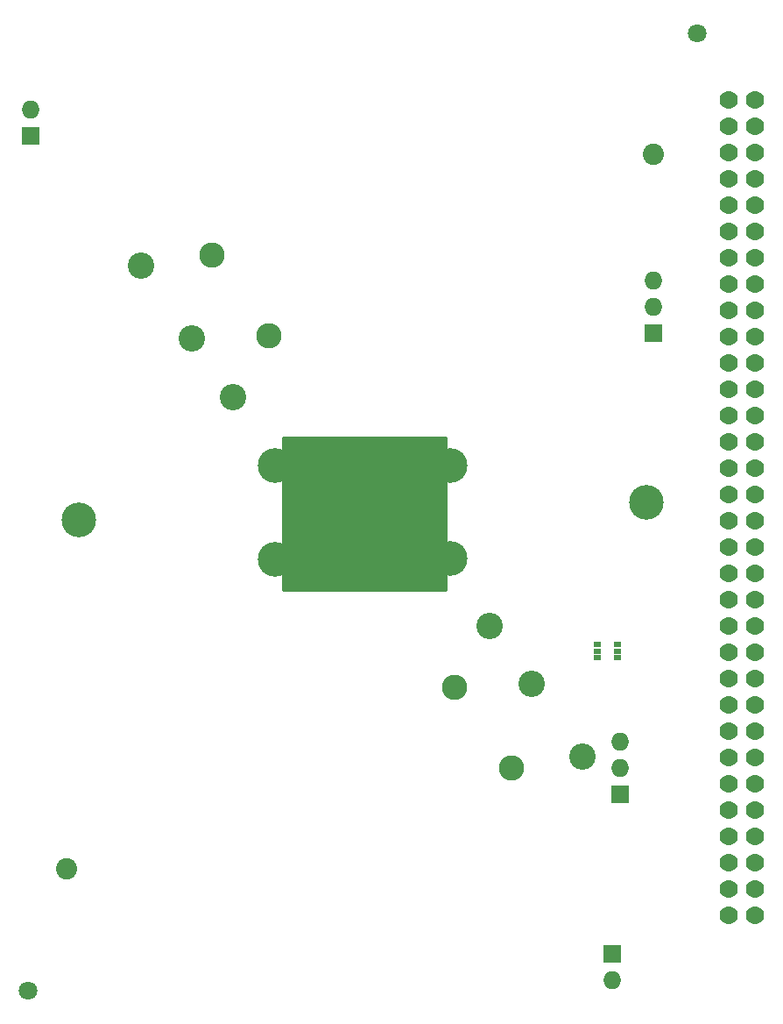
<source format=gbr>
G04 #@! TF.FileFunction,Soldermask,Top*
%FSLAX46Y46*%
G04 Gerber Fmt 4.6, Leading zero omitted, Abs format (unit mm)*
G04 Created by KiCad (PCBNEW 4.0.7-e2-6376~58~ubuntu16.04.1) date Sun Jun  3 17:29:45 2018*
%MOMM*%
%LPD*%
G01*
G04 APERTURE LIST*
%ADD10C,0.100000*%
%ADD11C,1.800000*%
%ADD12C,1.770000*%
%ADD13C,2.450000*%
%ADD14C,2.350000*%
%ADD15C,2.050000*%
%ADD16R,1.750000X1.750000*%
%ADD17O,1.750000X1.750000*%
%ADD18R,0.650000X0.470000*%
%ADD19C,2.550000*%
%ADD20C,3.350000*%
%ADD21C,0.254000*%
G04 APERTURE END LIST*
D10*
D11*
X92500000Y-137500000D03*
D12*
X160260000Y-51500000D03*
X160260000Y-54040000D03*
X160260000Y-56580000D03*
X160260000Y-59120000D03*
X160260000Y-61660000D03*
X160260000Y-64200000D03*
X160260000Y-66740000D03*
X160260000Y-69280000D03*
X160260000Y-71820000D03*
X160260000Y-74360000D03*
X160260000Y-76900000D03*
X160260000Y-79440000D03*
X160260000Y-81980000D03*
X160260000Y-84520000D03*
X160260000Y-87060000D03*
X160260000Y-89600000D03*
X160260000Y-92140000D03*
X160260000Y-94680000D03*
X160260000Y-97220000D03*
X160260000Y-99760000D03*
X160260000Y-102300000D03*
X160260000Y-104840000D03*
X160260000Y-107380000D03*
X160260000Y-109920000D03*
X160260000Y-112460000D03*
X160260000Y-115000000D03*
X160260000Y-117540000D03*
X160260000Y-120080000D03*
X160260000Y-122620000D03*
X160260000Y-125160000D03*
X160260000Y-127700000D03*
X160260000Y-130240000D03*
X162800000Y-51500000D03*
X162800000Y-54040000D03*
X162800000Y-56580000D03*
X162800000Y-59120000D03*
X162800000Y-61660000D03*
X162800000Y-64200000D03*
X162800000Y-66740000D03*
X162800000Y-69280000D03*
X162800000Y-71820000D03*
X162800000Y-74360000D03*
X162800000Y-76900000D03*
X162800000Y-79440000D03*
X162800000Y-81980000D03*
X162800000Y-84520000D03*
X162800000Y-87060000D03*
X162800000Y-89600000D03*
X162800000Y-92140000D03*
X162800000Y-94680000D03*
X162800000Y-97220000D03*
X162800000Y-99760000D03*
X162800000Y-102300000D03*
X162800000Y-104840000D03*
X162800000Y-107380000D03*
X162800000Y-109920000D03*
X162800000Y-112460000D03*
X162800000Y-115000000D03*
X162800000Y-117540000D03*
X162800000Y-120080000D03*
X162800000Y-122620000D03*
X162800000Y-125160000D03*
X162800000Y-127700000D03*
X162800000Y-130240000D03*
D13*
X122285000Y-88750000D03*
X127365000Y-88750000D03*
X127365000Y-93830000D03*
D14*
X124825000Y-91290000D03*
D13*
X122285000Y-93830000D03*
D15*
X153000000Y-56750000D03*
X96250000Y-125750000D03*
D16*
X153000000Y-74000000D03*
D17*
X153000000Y-71460000D03*
X153000000Y-68920000D03*
D16*
X149750000Y-118540000D03*
D17*
X149750000Y-116000000D03*
X149750000Y-113460000D03*
D18*
X147550000Y-104100000D03*
X147550000Y-104750000D03*
X147550000Y-105400000D03*
X149450000Y-104100000D03*
X149450000Y-104750000D03*
X149450000Y-105400000D03*
D19*
X108307315Y-74549231D03*
X103403237Y-67545481D03*
X112293672Y-80242338D03*
D13*
X115750000Y-74281944D03*
X110301024Y-66500000D03*
D19*
X141173391Y-107933676D03*
X146138401Y-114894364D03*
X137137505Y-102275574D03*
D13*
X133733322Y-108265902D03*
X139250000Y-116000000D03*
D16*
X149000000Y-133960000D03*
D17*
X149000000Y-136500000D03*
D16*
X92750000Y-55000000D03*
D17*
X92750000Y-52460000D03*
D11*
X157200000Y-45100000D03*
D20*
X116400000Y-86800000D03*
X116400000Y-95900000D03*
X133300000Y-86800000D03*
X133300000Y-95800000D03*
X97400000Y-92100000D03*
X152300000Y-90400000D03*
D21*
G36*
X132873000Y-98873000D02*
X117127000Y-98873000D01*
X117127000Y-84127000D01*
X132873000Y-84127000D01*
X132873000Y-98873000D01*
X132873000Y-98873000D01*
G37*
X132873000Y-98873000D02*
X117127000Y-98873000D01*
X117127000Y-84127000D01*
X132873000Y-84127000D01*
X132873000Y-98873000D01*
M02*

</source>
